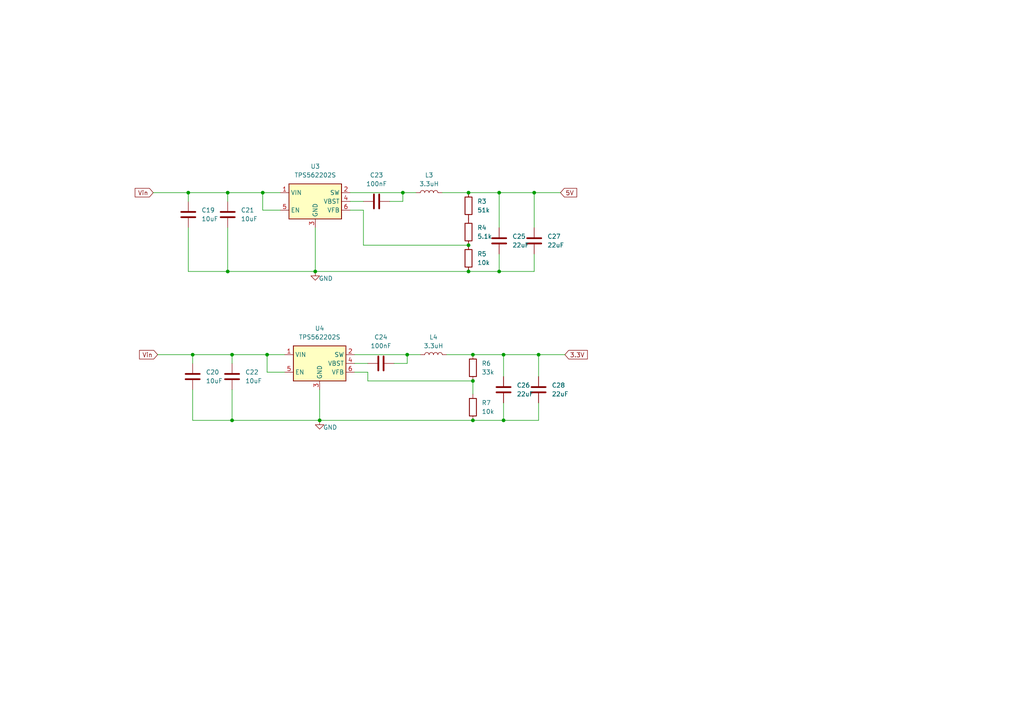
<source format=kicad_sch>
(kicad_sch
	(version 20231120)
	(generator "eeschema")
	(generator_version "8.0")
	(uuid "efbbd411-5747-4e75-b0c2-2f8333e8e1c9")
	(paper "A4")
	(lib_symbols
		(symbol "Device:C"
			(pin_numbers hide)
			(pin_names
				(offset 0.254)
			)
			(exclude_from_sim no)
			(in_bom yes)
			(on_board yes)
			(property "Reference" "C"
				(at 0.635 2.54 0)
				(effects
					(font
						(size 1.27 1.27)
					)
					(justify left)
				)
			)
			(property "Value" "C"
				(at 0.635 -2.54 0)
				(effects
					(font
						(size 1.27 1.27)
					)
					(justify left)
				)
			)
			(property "Footprint" ""
				(at 0.9652 -3.81 0)
				(effects
					(font
						(size 1.27 1.27)
					)
					(hide yes)
				)
			)
			(property "Datasheet" "~"
				(at 0 0 0)
				(effects
					(font
						(size 1.27 1.27)
					)
					(hide yes)
				)
			)
			(property "Description" "Unpolarized capacitor"
				(at 0 0 0)
				(effects
					(font
						(size 1.27 1.27)
					)
					(hide yes)
				)
			)
			(property "ki_keywords" "cap capacitor"
				(at 0 0 0)
				(effects
					(font
						(size 1.27 1.27)
					)
					(hide yes)
				)
			)
			(property "ki_fp_filters" "C_*"
				(at 0 0 0)
				(effects
					(font
						(size 1.27 1.27)
					)
					(hide yes)
				)
			)
			(symbol "C_0_1"
				(polyline
					(pts
						(xy -2.032 -0.762) (xy 2.032 -0.762)
					)
					(stroke
						(width 0.508)
						(type default)
					)
					(fill
						(type none)
					)
				)
				(polyline
					(pts
						(xy -2.032 0.762) (xy 2.032 0.762)
					)
					(stroke
						(width 0.508)
						(type default)
					)
					(fill
						(type none)
					)
				)
			)
			(symbol "C_1_1"
				(pin passive line
					(at 0 3.81 270)
					(length 2.794)
					(name "~"
						(effects
							(font
								(size 1.27 1.27)
							)
						)
					)
					(number "1"
						(effects
							(font
								(size 1.27 1.27)
							)
						)
					)
				)
				(pin passive line
					(at 0 -3.81 90)
					(length 2.794)
					(name "~"
						(effects
							(font
								(size 1.27 1.27)
							)
						)
					)
					(number "2"
						(effects
							(font
								(size 1.27 1.27)
							)
						)
					)
				)
			)
		)
		(symbol "Device:L"
			(pin_numbers hide)
			(pin_names
				(offset 1.016) hide)
			(exclude_from_sim no)
			(in_bom yes)
			(on_board yes)
			(property "Reference" "L"
				(at -1.27 0 90)
				(effects
					(font
						(size 1.27 1.27)
					)
				)
			)
			(property "Value" "L"
				(at 1.905 0 90)
				(effects
					(font
						(size 1.27 1.27)
					)
				)
			)
			(property "Footprint" ""
				(at 0 0 0)
				(effects
					(font
						(size 1.27 1.27)
					)
					(hide yes)
				)
			)
			(property "Datasheet" "~"
				(at 0 0 0)
				(effects
					(font
						(size 1.27 1.27)
					)
					(hide yes)
				)
			)
			(property "Description" "Inductor"
				(at 0 0 0)
				(effects
					(font
						(size 1.27 1.27)
					)
					(hide yes)
				)
			)
			(property "ki_keywords" "inductor choke coil reactor magnetic"
				(at 0 0 0)
				(effects
					(font
						(size 1.27 1.27)
					)
					(hide yes)
				)
			)
			(property "ki_fp_filters" "Choke_* *Coil* Inductor_* L_*"
				(at 0 0 0)
				(effects
					(font
						(size 1.27 1.27)
					)
					(hide yes)
				)
			)
			(symbol "L_0_1"
				(arc
					(start 0 -2.54)
					(mid 0.6323 -1.905)
					(end 0 -1.27)
					(stroke
						(width 0)
						(type default)
					)
					(fill
						(type none)
					)
				)
				(arc
					(start 0 -1.27)
					(mid 0.6323 -0.635)
					(end 0 0)
					(stroke
						(width 0)
						(type default)
					)
					(fill
						(type none)
					)
				)
				(arc
					(start 0 0)
					(mid 0.6323 0.635)
					(end 0 1.27)
					(stroke
						(width 0)
						(type default)
					)
					(fill
						(type none)
					)
				)
				(arc
					(start 0 1.27)
					(mid 0.6323 1.905)
					(end 0 2.54)
					(stroke
						(width 0)
						(type default)
					)
					(fill
						(type none)
					)
				)
			)
			(symbol "L_1_1"
				(pin passive line
					(at 0 3.81 270)
					(length 1.27)
					(name "1"
						(effects
							(font
								(size 1.27 1.27)
							)
						)
					)
					(number "1"
						(effects
							(font
								(size 1.27 1.27)
							)
						)
					)
				)
				(pin passive line
					(at 0 -3.81 90)
					(length 1.27)
					(name "2"
						(effects
							(font
								(size 1.27 1.27)
							)
						)
					)
					(number "2"
						(effects
							(font
								(size 1.27 1.27)
							)
						)
					)
				)
			)
		)
		(symbol "Device:R"
			(pin_numbers hide)
			(pin_names
				(offset 0)
			)
			(exclude_from_sim no)
			(in_bom yes)
			(on_board yes)
			(property "Reference" "R"
				(at 2.032 0 90)
				(effects
					(font
						(size 1.27 1.27)
					)
				)
			)
			(property "Value" "R"
				(at 0 0 90)
				(effects
					(font
						(size 1.27 1.27)
					)
				)
			)
			(property "Footprint" ""
				(at -1.778 0 90)
				(effects
					(font
						(size 1.27 1.27)
					)
					(hide yes)
				)
			)
			(property "Datasheet" "~"
				(at 0 0 0)
				(effects
					(font
						(size 1.27 1.27)
					)
					(hide yes)
				)
			)
			(property "Description" "Resistor"
				(at 0 0 0)
				(effects
					(font
						(size 1.27 1.27)
					)
					(hide yes)
				)
			)
			(property "ki_keywords" "R res resistor"
				(at 0 0 0)
				(effects
					(font
						(size 1.27 1.27)
					)
					(hide yes)
				)
			)
			(property "ki_fp_filters" "R_*"
				(at 0 0 0)
				(effects
					(font
						(size 1.27 1.27)
					)
					(hide yes)
				)
			)
			(symbol "R_0_1"
				(rectangle
					(start -1.016 -2.54)
					(end 1.016 2.54)
					(stroke
						(width 0.254)
						(type default)
					)
					(fill
						(type none)
					)
				)
			)
			(symbol "R_1_1"
				(pin passive line
					(at 0 3.81 270)
					(length 1.27)
					(name "~"
						(effects
							(font
								(size 1.27 1.27)
							)
						)
					)
					(number "1"
						(effects
							(font
								(size 1.27 1.27)
							)
						)
					)
				)
				(pin passive line
					(at 0 -3.81 90)
					(length 1.27)
					(name "~"
						(effects
							(font
								(size 1.27 1.27)
							)
						)
					)
					(number "2"
						(effects
							(font
								(size 1.27 1.27)
							)
						)
					)
				)
			)
		)
		(symbol "Regulator_Switching:TPS562202S"
			(exclude_from_sim no)
			(in_bom yes)
			(on_board yes)
			(property "Reference" "U"
				(at -7.62 6.35 0)
				(effects
					(font
						(size 1.27 1.27)
					)
					(justify left)
				)
			)
			(property "Value" "TPS562202S"
				(at -2.54 6.35 0)
				(effects
					(font
						(size 1.27 1.27)
					)
					(justify left)
				)
			)
			(property "Footprint" "Package_TO_SOT_SMD:SOT-563"
				(at 1.27 -6.35 0)
				(effects
					(font
						(size 1.27 1.27)
					)
					(justify left)
					(hide yes)
				)
			)
			(property "Datasheet" "https://www.ti.com/lit/ds/symlink/tps562202s.pdf"
				(at 0 0 0)
				(effects
					(font
						(size 1.27 1.27)
					)
					(hide yes)
				)
			)
			(property "Description" "2A Synchronous Step-Down Voltage Regulator 580kHz, Adjustable Output Voltage, 4.5-17V Input Voltage, 0.804V-7V Output Voltage, SOT-563"
				(at 0 0 0)
				(effects
					(font
						(size 1.27 1.27)
					)
					(hide yes)
				)
			)
			(property "ki_keywords" "step-down dcdc buck"
				(at 0 0 0)
				(effects
					(font
						(size 1.27 1.27)
					)
					(hide yes)
				)
			)
			(property "ki_fp_filters" "SOT?563*"
				(at 0 0 0)
				(effects
					(font
						(size 1.27 1.27)
					)
					(hide yes)
				)
			)
			(symbol "TPS562202S_0_1"
				(rectangle
					(start -7.62 5.08)
					(end 7.62 -5.08)
					(stroke
						(width 0.254)
						(type default)
					)
					(fill
						(type background)
					)
				)
			)
			(symbol "TPS562202S_1_1"
				(pin power_in line
					(at -10.16 2.54 0)
					(length 2.54)
					(name "VIN"
						(effects
							(font
								(size 1.27 1.27)
							)
						)
					)
					(number "1"
						(effects
							(font
								(size 1.27 1.27)
							)
						)
					)
				)
				(pin output line
					(at 10.16 2.54 180)
					(length 2.54)
					(name "SW"
						(effects
							(font
								(size 1.27 1.27)
							)
						)
					)
					(number "2"
						(effects
							(font
								(size 1.27 1.27)
							)
						)
					)
				)
				(pin power_in line
					(at 0 -7.62 90)
					(length 2.54)
					(name "GND"
						(effects
							(font
								(size 1.27 1.27)
							)
						)
					)
					(number "3"
						(effects
							(font
								(size 1.27 1.27)
							)
						)
					)
				)
				(pin passive line
					(at 10.16 0 180)
					(length 2.54)
					(name "VBST"
						(effects
							(font
								(size 1.27 1.27)
							)
						)
					)
					(number "4"
						(effects
							(font
								(size 1.27 1.27)
							)
						)
					)
				)
				(pin input line
					(at -10.16 -2.54 0)
					(length 2.54)
					(name "EN"
						(effects
							(font
								(size 1.27 1.27)
							)
						)
					)
					(number "5"
						(effects
							(font
								(size 1.27 1.27)
							)
						)
					)
				)
				(pin input line
					(at 10.16 -2.54 180)
					(length 2.54)
					(name "VFB"
						(effects
							(font
								(size 1.27 1.27)
							)
						)
					)
					(number "6"
						(effects
							(font
								(size 1.27 1.27)
							)
						)
					)
				)
			)
		)
		(symbol "power:GND"
			(power)
			(pin_numbers hide)
			(pin_names
				(offset 0) hide)
			(exclude_from_sim no)
			(in_bom yes)
			(on_board yes)
			(property "Reference" "#PWR"
				(at 0 -6.35 0)
				(effects
					(font
						(size 1.27 1.27)
					)
					(hide yes)
				)
			)
			(property "Value" "GND"
				(at 0 -3.81 0)
				(effects
					(font
						(size 1.27 1.27)
					)
				)
			)
			(property "Footprint" ""
				(at 0 0 0)
				(effects
					(font
						(size 1.27 1.27)
					)
					(hide yes)
				)
			)
			(property "Datasheet" ""
				(at 0 0 0)
				(effects
					(font
						(size 1.27 1.27)
					)
					(hide yes)
				)
			)
			(property "Description" "Power symbol creates a global label with name \"GND\" , ground"
				(at 0 0 0)
				(effects
					(font
						(size 1.27 1.27)
					)
					(hide yes)
				)
			)
			(property "ki_keywords" "global power"
				(at 0 0 0)
				(effects
					(font
						(size 1.27 1.27)
					)
					(hide yes)
				)
			)
			(symbol "GND_0_1"
				(polyline
					(pts
						(xy 0 0) (xy 0 -1.27) (xy 1.27 -1.27) (xy 0 -2.54) (xy -1.27 -1.27) (xy 0 -1.27)
					)
					(stroke
						(width 0)
						(type default)
					)
					(fill
						(type none)
					)
				)
			)
			(symbol "GND_1_1"
				(pin power_in line
					(at 0 0 270)
					(length 0)
					(name "~"
						(effects
							(font
								(size 1.27 1.27)
							)
						)
					)
					(number "1"
						(effects
							(font
								(size 1.27 1.27)
							)
						)
					)
				)
			)
		)
	)
	(junction
		(at 146.05 102.87)
		(diameter 0)
		(color 0 0 0 0)
		(uuid "05d309af-24a2-4b5e-860f-df1bc3fe3834")
	)
	(junction
		(at 76.2 55.88)
		(diameter 0)
		(color 0 0 0 0)
		(uuid "0b3437b5-0be3-4ede-a329-6eb957538891")
	)
	(junction
		(at 144.78 55.88)
		(diameter 0)
		(color 0 0 0 0)
		(uuid "19bd5f59-5f21-424d-84b4-76e5f23ef278")
	)
	(junction
		(at 146.05 121.92)
		(diameter 0)
		(color 0 0 0 0)
		(uuid "23468877-d534-4576-98ee-95e0708a2514")
	)
	(junction
		(at 67.31 121.92)
		(diameter 0)
		(color 0 0 0 0)
		(uuid "29efa860-57b6-41f8-a107-150f3ff4aa2f")
	)
	(junction
		(at 135.89 78.74)
		(diameter 0)
		(color 0 0 0 0)
		(uuid "2df18329-51f6-46a6-b6b7-33161255a9b8")
	)
	(junction
		(at 67.31 102.87)
		(diameter 0)
		(color 0 0 0 0)
		(uuid "3baeb49f-0966-4697-920f-f374d5540167")
	)
	(junction
		(at 54.61 55.88)
		(diameter 0)
		(color 0 0 0 0)
		(uuid "4056f8ae-3b59-4573-8f06-cbf670c9ebf4")
	)
	(junction
		(at 135.89 71.12)
		(diameter 0)
		(color 0 0 0 0)
		(uuid "4c76b27a-f963-4e47-bf89-be7f2e6919b6")
	)
	(junction
		(at 55.88 102.87)
		(diameter 0)
		(color 0 0 0 0)
		(uuid "5aa168df-36b7-443e-9516-ac68686f0216")
	)
	(junction
		(at 137.16 121.92)
		(diameter 0)
		(color 0 0 0 0)
		(uuid "643b488c-38a6-44e6-9df6-2cf971638c7b")
	)
	(junction
		(at 154.94 55.88)
		(diameter 0)
		(color 0 0 0 0)
		(uuid "7f9d2c65-8f23-4b0d-b7bb-5a74105f34e1")
	)
	(junction
		(at 66.04 78.74)
		(diameter 0)
		(color 0 0 0 0)
		(uuid "92f2e5f0-840e-4ef0-a820-e5cba95be847")
	)
	(junction
		(at 118.11 102.87)
		(diameter 0)
		(color 0 0 0 0)
		(uuid "980c4e4a-2e48-4a55-be3b-036b6cf5ec95")
	)
	(junction
		(at 77.47 102.87)
		(diameter 0)
		(color 0 0 0 0)
		(uuid "a02343f7-5a0c-4a0b-97ca-b2c8b75cb4eb")
	)
	(junction
		(at 156.21 102.87)
		(diameter 0)
		(color 0 0 0 0)
		(uuid "a7b8097b-bf85-4dc5-8084-e2e157d33e35")
	)
	(junction
		(at 91.44 78.74)
		(diameter 0)
		(color 0 0 0 0)
		(uuid "a83badcc-0e0b-4efb-ac93-eda361b5b67d")
	)
	(junction
		(at 137.16 102.87)
		(diameter 0)
		(color 0 0 0 0)
		(uuid "b84fd894-3b92-40c3-8125-94450daa2cde")
	)
	(junction
		(at 137.16 110.49)
		(diameter 0)
		(color 0 0 0 0)
		(uuid "c2e73b79-8da5-4a4f-b35f-a0dae2221e76")
	)
	(junction
		(at 116.84 55.88)
		(diameter 0)
		(color 0 0 0 0)
		(uuid "c6dbdfa8-d37e-4d37-b9b2-ab1a5b9e8d71")
	)
	(junction
		(at 66.04 55.88)
		(diameter 0)
		(color 0 0 0 0)
		(uuid "c764779b-b9c7-4cb6-b1b3-cdc4fadcb06f")
	)
	(junction
		(at 144.78 78.74)
		(diameter 0)
		(color 0 0 0 0)
		(uuid "decbffd7-ff72-4232-a6dc-771a88bea541")
	)
	(junction
		(at 135.89 55.88)
		(diameter 0)
		(color 0 0 0 0)
		(uuid "fc54f469-1b10-4977-a413-b424800f3d62")
	)
	(junction
		(at 92.71 121.92)
		(diameter 0)
		(color 0 0 0 0)
		(uuid "fed8c34a-afd1-4cdf-af7f-f8c13bc4a5e7")
	)
	(wire
		(pts
			(xy 67.31 102.87) (xy 77.47 102.87)
		)
		(stroke
			(width 0)
			(type default)
		)
		(uuid "02fa454d-ae36-4b57-beb0-b39504c337b0")
	)
	(wire
		(pts
			(xy 66.04 66.04) (xy 66.04 78.74)
		)
		(stroke
			(width 0)
			(type default)
		)
		(uuid "0405a6ba-0e71-49e0-971d-54fc32a2747e")
	)
	(wire
		(pts
			(xy 137.16 114.3) (xy 137.16 110.49)
		)
		(stroke
			(width 0)
			(type default)
		)
		(uuid "081e4278-1a61-46a2-bf5a-ba7e094ceb4e")
	)
	(wire
		(pts
			(xy 102.87 107.95) (xy 106.68 107.95)
		)
		(stroke
			(width 0)
			(type default)
		)
		(uuid "0f804d10-2c2d-4a21-b98e-c4cd8b090fca")
	)
	(wire
		(pts
			(xy 129.54 102.87) (xy 137.16 102.87)
		)
		(stroke
			(width 0)
			(type default)
		)
		(uuid "102c6c21-e512-43f5-b86e-bfe9ada00dcc")
	)
	(wire
		(pts
			(xy 154.94 66.04) (xy 154.94 55.88)
		)
		(stroke
			(width 0)
			(type default)
		)
		(uuid "1da21f02-8773-4581-a1f7-c54049da6821")
	)
	(wire
		(pts
			(xy 106.68 107.95) (xy 106.68 110.49)
		)
		(stroke
			(width 0)
			(type default)
		)
		(uuid "1e6f7620-804b-4352-b998-0dbfc0751b7a")
	)
	(wire
		(pts
			(xy 91.44 66.04) (xy 91.44 78.74)
		)
		(stroke
			(width 0)
			(type default)
		)
		(uuid "20d26a14-34ed-4125-aa1a-f3e09db2669c")
	)
	(wire
		(pts
			(xy 102.87 105.41) (xy 106.68 105.41)
		)
		(stroke
			(width 0)
			(type default)
		)
		(uuid "211886fa-d605-49a6-b7e4-05174f2c0b16")
	)
	(wire
		(pts
			(xy 76.2 60.96) (xy 76.2 55.88)
		)
		(stroke
			(width 0)
			(type default)
		)
		(uuid "21f86a0a-fd80-4fb8-b8bc-7070d771a994")
	)
	(wire
		(pts
			(xy 154.94 78.74) (xy 144.78 78.74)
		)
		(stroke
			(width 0)
			(type default)
		)
		(uuid "2575ed32-9dee-4c88-a3cc-d2b72370068d")
	)
	(wire
		(pts
			(xy 77.47 102.87) (xy 82.55 102.87)
		)
		(stroke
			(width 0)
			(type default)
		)
		(uuid "27b09496-ce31-4fe6-8b33-3f40aa8c15a3")
	)
	(wire
		(pts
			(xy 154.94 55.88) (xy 144.78 55.88)
		)
		(stroke
			(width 0)
			(type default)
		)
		(uuid "2b952e3b-c1f3-4008-b7f9-2b2555697258")
	)
	(wire
		(pts
			(xy 106.68 110.49) (xy 137.16 110.49)
		)
		(stroke
			(width 0)
			(type default)
		)
		(uuid "2f8f72f1-1b47-4e76-a338-2429541f844d")
	)
	(wire
		(pts
			(xy 66.04 55.88) (xy 76.2 55.88)
		)
		(stroke
			(width 0)
			(type default)
		)
		(uuid "3026f298-e62e-4fc1-87dd-57baba00bb12")
	)
	(wire
		(pts
			(xy 146.05 121.92) (xy 137.16 121.92)
		)
		(stroke
			(width 0)
			(type default)
		)
		(uuid "34904035-09e3-4d11-80d8-2b3d9e5ed162")
	)
	(wire
		(pts
			(xy 67.31 105.41) (xy 67.31 102.87)
		)
		(stroke
			(width 0)
			(type default)
		)
		(uuid "3c6b950d-9b83-4a08-9649-e202635208c0")
	)
	(wire
		(pts
			(xy 146.05 102.87) (xy 137.16 102.87)
		)
		(stroke
			(width 0)
			(type default)
		)
		(uuid "3cdf7749-d5da-40c9-bc53-7805ec0443e6")
	)
	(wire
		(pts
			(xy 54.61 78.74) (xy 66.04 78.74)
		)
		(stroke
			(width 0)
			(type default)
		)
		(uuid "3dec7219-7246-4ac3-af8f-65a5789611b8")
	)
	(wire
		(pts
			(xy 156.21 109.22) (xy 156.21 102.87)
		)
		(stroke
			(width 0)
			(type default)
		)
		(uuid "3eebd1cf-38c3-498c-b6b4-e322edab5a75")
	)
	(wire
		(pts
			(xy 66.04 58.42) (xy 66.04 55.88)
		)
		(stroke
			(width 0)
			(type default)
		)
		(uuid "4646db99-d190-4fe7-8c2d-8d66d337bcf8")
	)
	(wire
		(pts
			(xy 128.27 55.88) (xy 135.89 55.88)
		)
		(stroke
			(width 0)
			(type default)
		)
		(uuid "491bd76e-5b76-48dc-b327-56d174f54e31")
	)
	(wire
		(pts
			(xy 76.2 55.88) (xy 81.28 55.88)
		)
		(stroke
			(width 0)
			(type default)
		)
		(uuid "4ace1724-f286-44c7-a6bf-79127da84d90")
	)
	(wire
		(pts
			(xy 77.47 107.95) (xy 77.47 102.87)
		)
		(stroke
			(width 0)
			(type default)
		)
		(uuid "4c0de28a-de85-4239-bab6-4c4be557b890")
	)
	(wire
		(pts
			(xy 81.28 60.96) (xy 76.2 60.96)
		)
		(stroke
			(width 0)
			(type default)
		)
		(uuid "594c4418-1b48-4585-8270-717d9680889a")
	)
	(wire
		(pts
			(xy 82.55 107.95) (xy 77.47 107.95)
		)
		(stroke
			(width 0)
			(type default)
		)
		(uuid "5950700d-6bb4-479f-942e-96ff599086bc")
	)
	(wire
		(pts
			(xy 55.88 102.87) (xy 67.31 102.87)
		)
		(stroke
			(width 0)
			(type default)
		)
		(uuid "5a5ebe68-fbd5-46da-a772-3b0a5801c94d")
	)
	(wire
		(pts
			(xy 67.31 121.92) (xy 92.71 121.92)
		)
		(stroke
			(width 0)
			(type default)
		)
		(uuid "5a80a336-200d-4494-9faa-a30e218c9d5b")
	)
	(wire
		(pts
			(xy 66.04 78.74) (xy 91.44 78.74)
		)
		(stroke
			(width 0)
			(type default)
		)
		(uuid "5b5fd582-0edc-45c4-8a04-00ef029e9fd9")
	)
	(wire
		(pts
			(xy 146.05 116.84) (xy 146.05 121.92)
		)
		(stroke
			(width 0)
			(type default)
		)
		(uuid "62aed52f-88c5-4ce2-bcc9-d88ca578c1ff")
	)
	(wire
		(pts
			(xy 156.21 102.87) (xy 146.05 102.87)
		)
		(stroke
			(width 0)
			(type default)
		)
		(uuid "6ac3f3ec-4e3e-4719-8da9-d9e15d747035")
	)
	(wire
		(pts
			(xy 116.84 58.42) (xy 113.03 58.42)
		)
		(stroke
			(width 0)
			(type default)
		)
		(uuid "6f1839b6-8f93-4e7c-ae7b-430d3ea53765")
	)
	(wire
		(pts
			(xy 101.6 60.96) (xy 105.41 60.96)
		)
		(stroke
			(width 0)
			(type default)
		)
		(uuid "7259bc00-6a63-4259-9bff-dfa21b880c5f")
	)
	(wire
		(pts
			(xy 144.78 73.66) (xy 144.78 78.74)
		)
		(stroke
			(width 0)
			(type default)
		)
		(uuid "7ac4d1d1-6b36-49e4-a360-6eb2d8d044a9")
	)
	(wire
		(pts
			(xy 116.84 55.88) (xy 116.84 58.42)
		)
		(stroke
			(width 0)
			(type default)
		)
		(uuid "88507302-1e4d-46b8-9280-ea19494ccc30")
	)
	(wire
		(pts
			(xy 92.71 121.92) (xy 92.71 113.03)
		)
		(stroke
			(width 0)
			(type default)
		)
		(uuid "8fec5774-b0f0-4191-b277-3925bbd57999")
	)
	(wire
		(pts
			(xy 120.65 55.88) (xy 116.84 55.88)
		)
		(stroke
			(width 0)
			(type default)
		)
		(uuid "900e6b46-b183-4559-8fe1-2dfa8f1abda0")
	)
	(wire
		(pts
			(xy 101.6 55.88) (xy 116.84 55.88)
		)
		(stroke
			(width 0)
			(type default)
		)
		(uuid "9121445b-b231-4a9d-90e4-f5c554e87cbc")
	)
	(wire
		(pts
			(xy 118.11 102.87) (xy 118.11 105.41)
		)
		(stroke
			(width 0)
			(type default)
		)
		(uuid "96c29432-a84d-4306-be2c-b050f7a04164")
	)
	(wire
		(pts
			(xy 144.78 78.74) (xy 135.89 78.74)
		)
		(stroke
			(width 0)
			(type default)
		)
		(uuid "9c963590-5585-42f3-8d77-76c6ec0299e5")
	)
	(wire
		(pts
			(xy 137.16 121.92) (xy 92.71 121.92)
		)
		(stroke
			(width 0)
			(type default)
		)
		(uuid "9e17fd54-4a42-4055-bf45-adc9eee30906")
	)
	(wire
		(pts
			(xy 135.89 78.74) (xy 91.44 78.74)
		)
		(stroke
			(width 0)
			(type default)
		)
		(uuid "9e48686f-a528-47d5-8a32-2dfa6ef09dc6")
	)
	(wire
		(pts
			(xy 154.94 73.66) (xy 154.94 78.74)
		)
		(stroke
			(width 0)
			(type default)
		)
		(uuid "a1869ff3-cb05-4ae2-8dc6-11221afa3865")
	)
	(wire
		(pts
			(xy 163.83 102.87) (xy 156.21 102.87)
		)
		(stroke
			(width 0)
			(type default)
		)
		(uuid "a5e66192-797c-4f9a-a6d5-ab148f6b25e1")
	)
	(wire
		(pts
			(xy 55.88 121.92) (xy 67.31 121.92)
		)
		(stroke
			(width 0)
			(type default)
		)
		(uuid "a6828000-6df3-4eec-97d2-1cf59945764f")
	)
	(wire
		(pts
			(xy 156.21 116.84) (xy 156.21 121.92)
		)
		(stroke
			(width 0)
			(type default)
		)
		(uuid "a8a31c58-b7f1-4862-8c2a-b381f8b01145")
	)
	(wire
		(pts
			(xy 144.78 55.88) (xy 135.89 55.88)
		)
		(stroke
			(width 0)
			(type default)
		)
		(uuid "b26b3caf-825b-469b-8f3f-ae94e8103916")
	)
	(wire
		(pts
			(xy 102.87 102.87) (xy 118.11 102.87)
		)
		(stroke
			(width 0)
			(type default)
		)
		(uuid "b729a20d-45e4-4e99-bdbb-62ae3353dcb0")
	)
	(wire
		(pts
			(xy 54.61 66.04) (xy 54.61 78.74)
		)
		(stroke
			(width 0)
			(type default)
		)
		(uuid "b7d42fc6-7bd1-4d21-896f-261d8e52a917")
	)
	(wire
		(pts
			(xy 54.61 58.42) (xy 54.61 55.88)
		)
		(stroke
			(width 0)
			(type default)
		)
		(uuid "bee6164a-dad9-4527-91bf-f9f4998b3282")
	)
	(wire
		(pts
			(xy 121.92 102.87) (xy 118.11 102.87)
		)
		(stroke
			(width 0)
			(type default)
		)
		(uuid "c631855e-3f96-482b-8cb7-09b8696b6beb")
	)
	(wire
		(pts
			(xy 54.61 55.88) (xy 66.04 55.88)
		)
		(stroke
			(width 0)
			(type default)
		)
		(uuid "c6e060dd-10b1-4f13-9f76-e20facc31e2b")
	)
	(wire
		(pts
			(xy 156.21 121.92) (xy 146.05 121.92)
		)
		(stroke
			(width 0)
			(type default)
		)
		(uuid "caadc743-0f30-47f4-8b0e-1fbb9d193749")
	)
	(wire
		(pts
			(xy 101.6 58.42) (xy 105.41 58.42)
		)
		(stroke
			(width 0)
			(type default)
		)
		(uuid "d4ce6a02-90bf-4d3e-9429-ddd6061687a4")
	)
	(wire
		(pts
			(xy 105.41 60.96) (xy 105.41 71.12)
		)
		(stroke
			(width 0)
			(type default)
		)
		(uuid "d57f2106-f899-4fa3-bb05-d9addf1fdd3b")
	)
	(wire
		(pts
			(xy 118.11 105.41) (xy 114.3 105.41)
		)
		(stroke
			(width 0)
			(type default)
		)
		(uuid "d5ef62f3-4354-4bdb-a8f5-cd2d537e9192")
	)
	(wire
		(pts
			(xy 162.56 55.88) (xy 154.94 55.88)
		)
		(stroke
			(width 0)
			(type default)
		)
		(uuid "e10c45c2-d25b-4585-a082-2d006eef2641")
	)
	(wire
		(pts
			(xy 146.05 109.22) (xy 146.05 102.87)
		)
		(stroke
			(width 0)
			(type default)
		)
		(uuid "e7d06efb-1a01-48b1-b062-91d9beafd467")
	)
	(wire
		(pts
			(xy 45.72 102.87) (xy 55.88 102.87)
		)
		(stroke
			(width 0)
			(type default)
		)
		(uuid "f33bdb41-37c9-45c2-9a63-853e90d985b2")
	)
	(wire
		(pts
			(xy 105.41 71.12) (xy 135.89 71.12)
		)
		(stroke
			(width 0)
			(type default)
		)
		(uuid "f356d156-eab8-4427-ba0f-b0af16ad4680")
	)
	(wire
		(pts
			(xy 144.78 66.04) (xy 144.78 55.88)
		)
		(stroke
			(width 0)
			(type default)
		)
		(uuid "f63a4646-5b16-480b-9246-291c964c3979")
	)
	(wire
		(pts
			(xy 67.31 113.03) (xy 67.31 121.92)
		)
		(stroke
			(width 0)
			(type default)
		)
		(uuid "f7af79c0-4d85-47be-a36f-bdd0a8042eed")
	)
	(wire
		(pts
			(xy 55.88 113.03) (xy 55.88 121.92)
		)
		(stroke
			(width 0)
			(type default)
		)
		(uuid "f9865f1d-3b0d-4336-af3b-a6d36269ac00")
	)
	(wire
		(pts
			(xy 44.45 55.88) (xy 54.61 55.88)
		)
		(stroke
			(width 0)
			(type default)
		)
		(uuid "faaaac06-e283-4d6f-9db3-868ef8ff665e")
	)
	(wire
		(pts
			(xy 55.88 105.41) (xy 55.88 102.87)
		)
		(stroke
			(width 0)
			(type default)
		)
		(uuid "ff6aa655-5796-40cc-a874-36abe3f24f45")
	)
	(global_label "Vin"
		(shape input)
		(at 44.45 55.88 180)
		(fields_autoplaced yes)
		(effects
			(font
				(size 1.27 1.27)
			)
			(justify right)
		)
		(uuid "04cf69d1-c5fc-4904-bdff-40fc711d507a")
		(property "Intersheetrefs" "${INTERSHEET_REFS}"
			(at 38.6224 55.88 0)
			(effects
				(font
					(size 1.27 1.27)
				)
				(justify right)
				(hide yes)
			)
		)
	)
	(global_label "3.3V"
		(shape input)
		(at 163.83 102.87 0)
		(fields_autoplaced yes)
		(effects
			(font
				(size 1.27 1.27)
			)
			(justify left)
		)
		(uuid "3ea2003b-a279-49ee-91dc-c9f4bcb134fb")
		(property "Intersheetrefs" "${INTERSHEET_REFS}"
			(at 170.9276 102.87 0)
			(effects
				(font
					(size 1.27 1.27)
				)
				(justify left)
				(hide yes)
			)
		)
	)
	(global_label "Vin"
		(shape input)
		(at 45.72 102.87 180)
		(fields_autoplaced yes)
		(effects
			(font
				(size 1.27 1.27)
			)
			(justify right)
		)
		(uuid "61d30a70-2297-4766-9878-a40570fa0c0f")
		(property "Intersheetrefs" "${INTERSHEET_REFS}"
			(at 39.8924 102.87 0)
			(effects
				(font
					(size 1.27 1.27)
				)
				(justify right)
				(hide yes)
			)
		)
	)
	(global_label "5V"
		(shape input)
		(at 162.56 55.88 0)
		(fields_autoplaced yes)
		(effects
			(font
				(size 1.27 1.27)
			)
			(justify left)
		)
		(uuid "9412e918-1dfe-403e-b6be-e41d6dbd43c2")
		(property "Intersheetrefs" "${INTERSHEET_REFS}"
			(at 167.8433 55.88 0)
			(effects
				(font
					(size 1.27 1.27)
				)
				(justify left)
				(hide yes)
			)
		)
	)
	(symbol
		(lib_id "Device:C")
		(at 67.31 109.22 0)
		(unit 1)
		(exclude_from_sim no)
		(in_bom yes)
		(on_board yes)
		(dnp no)
		(fields_autoplaced yes)
		(uuid "1161eb27-a2ee-4e61-a0b9-e11adfde9b58")
		(property "Reference" "C22"
			(at 71.12 107.9499 0)
			(effects
				(font
					(size 1.27 1.27)
				)
				(justify left)
			)
		)
		(property "Value" "10uF"
			(at 71.12 110.4899 0)
			(effects
				(font
					(size 1.27 1.27)
				)
				(justify left)
			)
		)
		(property "Footprint" "Capacitor_SMD:C_0805_2012Metric_Pad1.18x1.45mm_HandSolder"
			(at 68.2752 113.03 0)
			(effects
				(font
					(size 1.27 1.27)
				)
				(hide yes)
			)
		)
		(property "Datasheet" "~"
			(at 67.31 109.22 0)
			(effects
				(font
					(size 1.27 1.27)
				)
				(hide yes)
			)
		)
		(property "Description" "Unpolarized capacitor"
			(at 67.31 109.22 0)
			(effects
				(font
					(size 1.27 1.27)
				)
				(hide yes)
			)
		)
		(pin "2"
			(uuid "f1d5ef3d-1018-49e9-9685-e535f342b5fa")
		)
		(pin "1"
			(uuid "d679bf30-309e-4a1a-b0aa-e031e1e404f0")
		)
		(instances
			(project "Project2"
				(path "/e8eb11e1-6cec-414d-9150-5cfb3d1c103e/5514041e-e265-4cf8-ab83-21689ce61dd9"
					(reference "C22")
					(unit 1)
				)
			)
		)
	)
	(symbol
		(lib_id "Device:L")
		(at 125.73 102.87 90)
		(unit 1)
		(exclude_from_sim no)
		(in_bom yes)
		(on_board yes)
		(dnp no)
		(fields_autoplaced yes)
		(uuid "12444ba5-0974-4b46-8ce8-24add5eb9c5b")
		(property "Reference" "L4"
			(at 125.73 97.79 90)
			(effects
				(font
					(size 1.27 1.27)
				)
			)
		)
		(property "Value" "3.3uH"
			(at 125.73 100.33 90)
			(effects
				(font
					(size 1.27 1.27)
				)
			)
		)
		(property "Footprint" ""
			(at 125.73 102.87 0)
			(effects
				(font
					(size 1.27 1.27)
				)
				(hide yes)
			)
		)
		(property "Datasheet" "~"
			(at 125.73 102.87 0)
			(effects
				(font
					(size 1.27 1.27)
				)
				(hide yes)
			)
		)
		(property "Description" "Inductor"
			(at 125.73 102.87 0)
			(effects
				(font
					(size 1.27 1.27)
				)
				(hide yes)
			)
		)
		(pin "2"
			(uuid "23ed9d09-9a6a-40de-94f7-c03176ccfbce")
		)
		(pin "1"
			(uuid "a7a29aef-a514-4f15-860c-390ad8816707")
		)
		(instances
			(project "Project2"
				(path "/e8eb11e1-6cec-414d-9150-5cfb3d1c103e/5514041e-e265-4cf8-ab83-21689ce61dd9"
					(reference "L4")
					(unit 1)
				)
			)
		)
	)
	(symbol
		(lib_id "power:GND")
		(at 91.44 78.74 0)
		(unit 1)
		(exclude_from_sim no)
		(in_bom yes)
		(on_board yes)
		(dnp no)
		(uuid "1af4f925-9fc7-4476-96e5-6584e2324436")
		(property "Reference" "#PWR017"
			(at 91.44 85.09 0)
			(effects
				(font
					(size 1.27 1.27)
				)
				(hide yes)
			)
		)
		(property "Value" "GND"
			(at 94.488 80.772 0)
			(effects
				(font
					(size 1.27 1.27)
				)
			)
		)
		(property "Footprint" ""
			(at 91.44 78.74 0)
			(effects
				(font
					(size 1.27 1.27)
				)
				(hide yes)
			)
		)
		(property "Datasheet" ""
			(at 91.44 78.74 0)
			(effects
				(font
					(size 1.27 1.27)
				)
				(hide yes)
			)
		)
		(property "Description" "Power symbol creates a global label with name \"GND\" , ground"
			(at 91.44 78.74 0)
			(effects
				(font
					(size 1.27 1.27)
				)
				(hide yes)
			)
		)
		(pin "1"
			(uuid "bcd6ddda-2271-465a-abb6-c2d989d6b08d")
		)
		(instances
			(project "Project2"
				(path "/e8eb11e1-6cec-414d-9150-5cfb3d1c103e/5514041e-e265-4cf8-ab83-21689ce61dd9"
					(reference "#PWR017")
					(unit 1)
				)
			)
		)
	)
	(symbol
		(lib_id "Device:R")
		(at 137.16 106.68 0)
		(unit 1)
		(exclude_from_sim no)
		(in_bom yes)
		(on_board yes)
		(dnp no)
		(fields_autoplaced yes)
		(uuid "1f39d695-6ed3-4639-af2f-d719534d2fdb")
		(property "Reference" "R6"
			(at 139.7 105.4099 0)
			(effects
				(font
					(size 1.27 1.27)
				)
				(justify left)
			)
		)
		(property "Value" "33k"
			(at 139.7 107.9499 0)
			(effects
				(font
					(size 1.27 1.27)
				)
				(justify left)
			)
		)
		(property "Footprint" "Resistor_SMD:R_0805_2012Metric_Pad1.20x1.40mm_HandSolder"
			(at 135.382 106.68 90)
			(effects
				(font
					(size 1.27 1.27)
				)
				(hide yes)
			)
		)
		(property "Datasheet" "~"
			(at 137.16 106.68 0)
			(effects
				(font
					(size 1.27 1.27)
				)
				(hide yes)
			)
		)
		(property "Description" "Resistor"
			(at 137.16 106.68 0)
			(effects
				(font
					(size 1.27 1.27)
				)
				(hide yes)
			)
		)
		(pin "2"
			(uuid "f5b39d4c-1466-4f7b-b430-a50f0f05b71a")
		)
		(pin "1"
			(uuid "b5c021dc-1dca-487c-afa6-905e80873636")
		)
		(instances
			(project "Project2"
				(path "/e8eb11e1-6cec-414d-9150-5cfb3d1c103e/5514041e-e265-4cf8-ab83-21689ce61dd9"
					(reference "R6")
					(unit 1)
				)
			)
		)
	)
	(symbol
		(lib_id "Device:C")
		(at 55.88 109.22 0)
		(unit 1)
		(exclude_from_sim no)
		(in_bom yes)
		(on_board yes)
		(dnp no)
		(fields_autoplaced yes)
		(uuid "272df983-c1f1-4ddf-ad15-82cd58ca99cb")
		(property "Reference" "C20"
			(at 59.69 107.9499 0)
			(effects
				(font
					(size 1.27 1.27)
				)
				(justify left)
			)
		)
		(property "Value" "10uF"
			(at 59.69 110.4899 0)
			(effects
				(font
					(size 1.27 1.27)
				)
				(justify left)
			)
		)
		(property "Footprint" "Capacitor_SMD:C_0805_2012Metric_Pad1.18x1.45mm_HandSolder"
			(at 56.8452 113.03 0)
			(effects
				(font
					(size 1.27 1.27)
				)
				(hide yes)
			)
		)
		(property "Datasheet" "~"
			(at 55.88 109.22 0)
			(effects
				(font
					(size 1.27 1.27)
				)
				(hide yes)
			)
		)
		(property "Description" "Unpolarized capacitor"
			(at 55.88 109.22 0)
			(effects
				(font
					(size 1.27 1.27)
				)
				(hide yes)
			)
		)
		(pin "2"
			(uuid "2fc2068c-1890-4c65-9beb-5f2b729ebf3f")
		)
		(pin "1"
			(uuid "b0ba8791-330b-4ad8-aa08-2dfcdc20f239")
		)
		(instances
			(project "Project2"
				(path "/e8eb11e1-6cec-414d-9150-5cfb3d1c103e/5514041e-e265-4cf8-ab83-21689ce61dd9"
					(reference "C20")
					(unit 1)
				)
			)
		)
	)
	(symbol
		(lib_id "power:GND")
		(at 92.71 121.92 0)
		(unit 1)
		(exclude_from_sim no)
		(in_bom yes)
		(on_board yes)
		(dnp no)
		(uuid "2b02c505-f7da-44be-b9bf-3d64c917a3ef")
		(property "Reference" "#PWR018"
			(at 92.71 128.27 0)
			(effects
				(font
					(size 1.27 1.27)
				)
				(hide yes)
			)
		)
		(property "Value" "GND"
			(at 95.758 123.952 0)
			(effects
				(font
					(size 1.27 1.27)
				)
			)
		)
		(property "Footprint" ""
			(at 92.71 121.92 0)
			(effects
				(font
					(size 1.27 1.27)
				)
				(hide yes)
			)
		)
		(property "Datasheet" ""
			(at 92.71 121.92 0)
			(effects
				(font
					(size 1.27 1.27)
				)
				(hide yes)
			)
		)
		(property "Description" "Power symbol creates a global label with name \"GND\" , ground"
			(at 92.71 121.92 0)
			(effects
				(font
					(size 1.27 1.27)
				)
				(hide yes)
			)
		)
		(pin "1"
			(uuid "c142a988-e61e-4497-a911-530645ba4af0")
		)
		(instances
			(project "Project2"
				(path "/e8eb11e1-6cec-414d-9150-5cfb3d1c103e/5514041e-e265-4cf8-ab83-21689ce61dd9"
					(reference "#PWR018")
					(unit 1)
				)
			)
		)
	)
	(symbol
		(lib_id "Regulator_Switching:TPS562202S")
		(at 92.71 105.41 0)
		(unit 1)
		(exclude_from_sim no)
		(in_bom yes)
		(on_board yes)
		(dnp no)
		(fields_autoplaced yes)
		(uuid "40902fc2-12b2-443c-b026-b331fc5a9421")
		(property "Reference" "U4"
			(at 92.71 95.25 0)
			(effects
				(font
					(size 1.27 1.27)
				)
			)
		)
		(property "Value" "TPS562202S"
			(at 92.71 97.79 0)
			(effects
				(font
					(size 1.27 1.27)
				)
			)
		)
		(property "Footprint" "Package_TO_SOT_SMD:SOT-563"
			(at 93.98 111.76 0)
			(effects
				(font
					(size 1.27 1.27)
				)
				(justify left)
				(hide yes)
			)
		)
		(property "Datasheet" "https://www.ti.com/lit/ds/symlink/tps562202s.pdf"
			(at 92.71 105.41 0)
			(effects
				(font
					(size 1.27 1.27)
				)
				(hide yes)
			)
		)
		(property "Description" "2A Synchronous Step-Down Voltage Regulator 580kHz, Adjustable Output Voltage, 4.5-17V Input Voltage, 0.804V-7V Output Voltage, SOT-563"
			(at 92.71 105.41 0)
			(effects
				(font
					(size 1.27 1.27)
				)
				(hide yes)
			)
		)
		(pin "1"
			(uuid "9edd1cbc-0c7c-4929-a50d-9c2d40073843")
		)
		(pin "4"
			(uuid "54c85288-1072-409f-b9b7-6b7157485c98")
		)
		(pin "3"
			(uuid "211af407-1d7e-49d2-9202-c77f8623519d")
		)
		(pin "6"
			(uuid "86807a54-5119-4ac7-8eda-fa07fd118483")
		)
		(pin "2"
			(uuid "5a955043-cd5b-4d08-bd0e-b129a6b714b4")
		)
		(pin "5"
			(uuid "015d9af8-87d5-4ffd-b298-8b16adbff466")
		)
		(instances
			(project "Project2"
				(path "/e8eb11e1-6cec-414d-9150-5cfb3d1c103e/5514041e-e265-4cf8-ab83-21689ce61dd9"
					(reference "U4")
					(unit 1)
				)
			)
		)
	)
	(symbol
		(lib_id "Device:C")
		(at 146.05 113.03 0)
		(unit 1)
		(exclude_from_sim no)
		(in_bom yes)
		(on_board yes)
		(dnp no)
		(fields_autoplaced yes)
		(uuid "43370e09-a6cb-4d67-91de-9eec383b50a1")
		(property "Reference" "C26"
			(at 149.86 111.7599 0)
			(effects
				(font
					(size 1.27 1.27)
				)
				(justify left)
			)
		)
		(property "Value" "22uF"
			(at 149.86 114.2999 0)
			(effects
				(font
					(size 1.27 1.27)
				)
				(justify left)
			)
		)
		(property "Footprint" "Capacitor_SMD:C_0805_2012Metric_Pad1.18x1.45mm_HandSolder"
			(at 147.0152 116.84 0)
			(effects
				(font
					(size 1.27 1.27)
				)
				(hide yes)
			)
		)
		(property "Datasheet" "~"
			(at 146.05 113.03 0)
			(effects
				(font
					(size 1.27 1.27)
				)
				(hide yes)
			)
		)
		(property "Description" "Unpolarized capacitor"
			(at 146.05 113.03 0)
			(effects
				(font
					(size 1.27 1.27)
				)
				(hide yes)
			)
		)
		(pin "2"
			(uuid "d3934384-700a-458d-a51f-1912174f4fdd")
		)
		(pin "1"
			(uuid "c4ea7e06-c610-40d4-a05a-4bf5b17cd3cf")
		)
		(instances
			(project "Project2"
				(path "/e8eb11e1-6cec-414d-9150-5cfb3d1c103e/5514041e-e265-4cf8-ab83-21689ce61dd9"
					(reference "C26")
					(unit 1)
				)
			)
		)
	)
	(symbol
		(lib_id "Device:C")
		(at 54.61 62.23 0)
		(unit 1)
		(exclude_from_sim no)
		(in_bom yes)
		(on_board yes)
		(dnp no)
		(fields_autoplaced yes)
		(uuid "640106c6-5a12-4bf8-b50c-bebb2a4daced")
		(property "Reference" "C19"
			(at 58.42 60.9599 0)
			(effects
				(font
					(size 1.27 1.27)
				)
				(justify left)
			)
		)
		(property "Value" "10uF"
			(at 58.42 63.4999 0)
			(effects
				(font
					(size 1.27 1.27)
				)
				(justify left)
			)
		)
		(property "Footprint" "Capacitor_SMD:C_0805_2012Metric_Pad1.18x1.45mm_HandSolder"
			(at 55.5752 66.04 0)
			(effects
				(font
					(size 1.27 1.27)
				)
				(hide yes)
			)
		)
		(property "Datasheet" "~"
			(at 54.61 62.23 0)
			(effects
				(font
					(size 1.27 1.27)
				)
				(hide yes)
			)
		)
		(property "Description" "Unpolarized capacitor"
			(at 54.61 62.23 0)
			(effects
				(font
					(size 1.27 1.27)
				)
				(hide yes)
			)
		)
		(pin "2"
			(uuid "9a613165-d74b-4ac6-a18d-1b55031f90e3")
		)
		(pin "1"
			(uuid "3d95fb4c-e3d3-4cad-affb-b8446d9992d0")
		)
		(instances
			(project "Project2"
				(path "/e8eb11e1-6cec-414d-9150-5cfb3d1c103e/5514041e-e265-4cf8-ab83-21689ce61dd9"
					(reference "C19")
					(unit 1)
				)
			)
		)
	)
	(symbol
		(lib_id "Device:C")
		(at 154.94 69.85 0)
		(unit 1)
		(exclude_from_sim no)
		(in_bom yes)
		(on_board yes)
		(dnp no)
		(fields_autoplaced yes)
		(uuid "6b751b88-26ed-430b-8e69-e949e4267260")
		(property "Reference" "C27"
			(at 158.75 68.5799 0)
			(effects
				(font
					(size 1.27 1.27)
				)
				(justify left)
			)
		)
		(property "Value" "22uF"
			(at 158.75 71.1199 0)
			(effects
				(font
					(size 1.27 1.27)
				)
				(justify left)
			)
		)
		(property "Footprint" "Capacitor_SMD:C_0805_2012Metric_Pad1.18x1.45mm_HandSolder"
			(at 155.9052 73.66 0)
			(effects
				(font
					(size 1.27 1.27)
				)
				(hide yes)
			)
		)
		(property "Datasheet" "~"
			(at 154.94 69.85 0)
			(effects
				(font
					(size 1.27 1.27)
				)
				(hide yes)
			)
		)
		(property "Description" "Unpolarized capacitor"
			(at 154.94 69.85 0)
			(effects
				(font
					(size 1.27 1.27)
				)
				(hide yes)
			)
		)
		(pin "2"
			(uuid "beaf11a5-0db2-4fc5-a600-7f99ede4a3e4")
		)
		(pin "1"
			(uuid "337d8c01-0f66-4a8a-ba05-627d4c5e9eb1")
		)
		(instances
			(project "Project2"
				(path "/e8eb11e1-6cec-414d-9150-5cfb3d1c103e/5514041e-e265-4cf8-ab83-21689ce61dd9"
					(reference "C27")
					(unit 1)
				)
			)
		)
	)
	(symbol
		(lib_id "Regulator_Switching:TPS562202S")
		(at 91.44 58.42 0)
		(unit 1)
		(exclude_from_sim no)
		(in_bom yes)
		(on_board yes)
		(dnp no)
		(fields_autoplaced yes)
		(uuid "771641fb-c573-4106-8681-a0fb59e2ea90")
		(property "Reference" "U3"
			(at 91.44 48.26 0)
			(effects
				(font
					(size 1.27 1.27)
				)
			)
		)
		(property "Value" "TPS562202S"
			(at 91.44 50.8 0)
			(effects
				(font
					(size 1.27 1.27)
				)
			)
		)
		(property "Footprint" "Package_TO_SOT_SMD:SOT-563"
			(at 92.71 64.77 0)
			(effects
				(font
					(size 1.27 1.27)
				)
				(justify left)
				(hide yes)
			)
		)
		(property "Datasheet" "https://www.ti.com/lit/ds/symlink/tps562202s.pdf"
			(at 91.44 58.42 0)
			(effects
				(font
					(size 1.27 1.27)
				)
				(hide yes)
			)
		)
		(property "Description" "2A Synchronous Step-Down Voltage Regulator 580kHz, Adjustable Output Voltage, 4.5-17V Input Voltage, 0.804V-7V Output Voltage, SOT-563"
			(at 91.44 58.42 0)
			(effects
				(font
					(size 1.27 1.27)
				)
				(hide yes)
			)
		)
		(pin "1"
			(uuid "ea8e8317-a29a-4519-87a6-e876221b2b69")
		)
		(pin "4"
			(uuid "1a41556d-0298-4c06-9335-f9132757a3e9")
		)
		(pin "3"
			(uuid "7a82534c-73ed-4a42-bf34-f1d44312c6b4")
		)
		(pin "6"
			(uuid "9e01e5b2-eb86-4b54-88c5-d2386f045dc9")
		)
		(pin "2"
			(uuid "881c3cb7-7b5c-4edd-9ae2-50c1c4c298f8")
		)
		(pin "5"
			(uuid "3c76a5da-a71c-4fed-9e45-7f997cbb6f08")
		)
		(instances
			(project "Project2"
				(path "/e8eb11e1-6cec-414d-9150-5cfb3d1c103e/5514041e-e265-4cf8-ab83-21689ce61dd9"
					(reference "U3")
					(unit 1)
				)
			)
		)
	)
	(symbol
		(lib_id "Device:R")
		(at 135.89 74.93 0)
		(unit 1)
		(exclude_from_sim no)
		(in_bom yes)
		(on_board yes)
		(dnp no)
		(fields_autoplaced yes)
		(uuid "817166d1-04ce-4433-b82a-56322bbfcea2")
		(property "Reference" "R5"
			(at 138.43 73.6599 0)
			(effects
				(font
					(size 1.27 1.27)
				)
				(justify left)
			)
		)
		(property "Value" "10k"
			(at 138.43 76.1999 0)
			(effects
				(font
					(size 1.27 1.27)
				)
				(justify left)
			)
		)
		(property "Footprint" "Resistor_SMD:R_0805_2012Metric_Pad1.20x1.40mm_HandSolder"
			(at 134.112 74.93 90)
			(effects
				(font
					(size 1.27 1.27)
				)
				(hide yes)
			)
		)
		(property "Datasheet" "~"
			(at 135.89 74.93 0)
			(effects
				(font
					(size 1.27 1.27)
				)
				(hide yes)
			)
		)
		(property "Description" "Resistor"
			(at 135.89 74.93 0)
			(effects
				(font
					(size 1.27 1.27)
				)
				(hide yes)
			)
		)
		(pin "2"
			(uuid "da535d0a-bfbd-4152-b8b8-3ccbccde48ad")
		)
		(pin "1"
			(uuid "d37c6405-139b-4936-85e6-3eadc0167162")
		)
		(instances
			(project "Project2"
				(path "/e8eb11e1-6cec-414d-9150-5cfb3d1c103e/5514041e-e265-4cf8-ab83-21689ce61dd9"
					(reference "R5")
					(unit 1)
				)
			)
		)
	)
	(symbol
		(lib_id "Device:C")
		(at 110.49 105.41 90)
		(unit 1)
		(exclude_from_sim no)
		(in_bom yes)
		(on_board yes)
		(dnp no)
		(fields_autoplaced yes)
		(uuid "84c2ab83-95a9-4449-8cee-87739ba86b4a")
		(property "Reference" "C24"
			(at 110.49 97.79 90)
			(effects
				(font
					(size 1.27 1.27)
				)
			)
		)
		(property "Value" "100nF"
			(at 110.49 100.33 90)
			(effects
				(font
					(size 1.27 1.27)
				)
			)
		)
		(property "Footprint" "Capacitor_SMD:C_0805_2012Metric_Pad1.18x1.45mm_HandSolder"
			(at 114.3 104.4448 0)
			(effects
				(font
					(size 1.27 1.27)
				)
				(hide yes)
			)
		)
		(property "Datasheet" "~"
			(at 110.49 105.41 0)
			(effects
				(font
					(size 1.27 1.27)
				)
				(hide yes)
			)
		)
		(property "Description" "Unpolarized capacitor"
			(at 110.49 105.41 0)
			(effects
				(font
					(size 1.27 1.27)
				)
				(hide yes)
			)
		)
		(pin "2"
			(uuid "516cbd05-6b16-4cdd-89c9-f85dbaebdc58")
		)
		(pin "1"
			(uuid "e352c398-e899-4afb-8db2-a7b424eceb8a")
		)
		(instances
			(project "Project2"
				(path "/e8eb11e1-6cec-414d-9150-5cfb3d1c103e/5514041e-e265-4cf8-ab83-21689ce61dd9"
					(reference "C24")
					(unit 1)
				)
			)
		)
	)
	(symbol
		(lib_id "Device:C")
		(at 66.04 62.23 0)
		(unit 1)
		(exclude_from_sim no)
		(in_bom yes)
		(on_board yes)
		(dnp no)
		(fields_autoplaced yes)
		(uuid "a29a5c9c-9f6c-458d-b9c7-34955f67e2c3")
		(property "Reference" "C21"
			(at 69.85 60.9599 0)
			(effects
				(font
					(size 1.27 1.27)
				)
				(justify left)
			)
		)
		(property "Value" "10uF"
			(at 69.85 63.4999 0)
			(effects
				(font
					(size 1.27 1.27)
				)
				(justify left)
			)
		)
		(property "Footprint" "Capacitor_SMD:C_0805_2012Metric_Pad1.18x1.45mm_HandSolder"
			(at 67.0052 66.04 0)
			(effects
				(font
					(size 1.27 1.27)
				)
				(hide yes)
			)
		)
		(property "Datasheet" "~"
			(at 66.04 62.23 0)
			(effects
				(font
					(size 1.27 1.27)
				)
				(hide yes)
			)
		)
		(property "Description" "Unpolarized capacitor"
			(at 66.04 62.23 0)
			(effects
				(font
					(size 1.27 1.27)
				)
				(hide yes)
			)
		)
		(pin "2"
			(uuid "a9c6bcd9-2f1e-4c46-9d3b-7d3459cd4f48")
		)
		(pin "1"
			(uuid "00723fba-362b-4eb3-9c83-5d3b87edddc8")
		)
		(instances
			(project "Project2"
				(path "/e8eb11e1-6cec-414d-9150-5cfb3d1c103e/5514041e-e265-4cf8-ab83-21689ce61dd9"
					(reference "C21")
					(unit 1)
				)
			)
		)
	)
	(symbol
		(lib_id "Device:R")
		(at 137.16 118.11 0)
		(unit 1)
		(exclude_from_sim no)
		(in_bom yes)
		(on_board yes)
		(dnp no)
		(fields_autoplaced yes)
		(uuid "a5802923-0db0-4392-aadf-1712724e61f8")
		(property "Reference" "R7"
			(at 139.7 116.8399 0)
			(effects
				(font
					(size 1.27 1.27)
				)
				(justify left)
			)
		)
		(property "Value" "10k"
			(at 139.7 119.3799 0)
			(effects
				(font
					(size 1.27 1.27)
				)
				(justify left)
			)
		)
		(property "Footprint" "Resistor_SMD:R_0805_2012Metric_Pad1.20x1.40mm_HandSolder"
			(at 135.382 118.11 90)
			(effects
				(font
					(size 1.27 1.27)
				)
				(hide yes)
			)
		)
		(property "Datasheet" "~"
			(at 137.16 118.11 0)
			(effects
				(font
					(size 1.27 1.27)
				)
				(hide yes)
			)
		)
		(property "Description" "Resistor"
			(at 137.16 118.11 0)
			(effects
				(font
					(size 1.27 1.27)
				)
				(hide yes)
			)
		)
		(pin "2"
			(uuid "8d268a9b-ae88-41b8-8499-35b937742aed")
		)
		(pin "1"
			(uuid "a09bbb5d-295b-4aa7-a721-8868926e5cd8")
		)
		(instances
			(project "Project2"
				(path "/e8eb11e1-6cec-414d-9150-5cfb3d1c103e/5514041e-e265-4cf8-ab83-21689ce61dd9"
					(reference "R7")
					(unit 1)
				)
			)
		)
	)
	(symbol
		(lib_id "Device:C")
		(at 156.21 113.03 0)
		(unit 1)
		(exclude_from_sim no)
		(in_bom yes)
		(on_board yes)
		(dnp no)
		(fields_autoplaced yes)
		(uuid "a7b94515-886d-435a-93ea-8df364cddda2")
		(property "Reference" "C28"
			(at 160.02 111.7599 0)
			(effects
				(font
					(size 1.27 1.27)
				)
				(justify left)
			)
		)
		(property "Value" "22uF"
			(at 160.02 114.2999 0)
			(effects
				(font
					(size 1.27 1.27)
				)
				(justify left)
			)
		)
		(property "Footprint" "Capacitor_SMD:C_0805_2012Metric_Pad1.18x1.45mm_HandSolder"
			(at 157.1752 116.84 0)
			(effects
				(font
					(size 1.27 1.27)
				)
				(hide yes)
			)
		)
		(property "Datasheet" "~"
			(at 156.21 113.03 0)
			(effects
				(font
					(size 1.27 1.27)
				)
				(hide yes)
			)
		)
		(property "Description" "Unpolarized capacitor"
			(at 156.21 113.03 0)
			(effects
				(font
					(size 1.27 1.27)
				)
				(hide yes)
			)
		)
		(pin "2"
			(uuid "e7d82c44-1a91-46f7-8cd5-e4b3f5628a4c")
		)
		(pin "1"
			(uuid "3a2a9b2f-6eef-4504-8faa-768090b93b9c")
		)
		(instances
			(project "Project2"
				(path "/e8eb11e1-6cec-414d-9150-5cfb3d1c103e/5514041e-e265-4cf8-ab83-21689ce61dd9"
					(reference "C28")
					(unit 1)
				)
			)
		)
	)
	(symbol
		(lib_id "Device:L")
		(at 124.46 55.88 90)
		(unit 1)
		(exclude_from_sim no)
		(in_bom yes)
		(on_board yes)
		(dnp no)
		(fields_autoplaced yes)
		(uuid "a885572f-98fe-4d08-87c7-3ab86107e631")
		(property "Reference" "L3"
			(at 124.46 50.8 90)
			(effects
				(font
					(size 1.27 1.27)
				)
			)
		)
		(property "Value" "3.3uH"
			(at 124.46 53.34 90)
			(effects
				(font
					(size 1.27 1.27)
				)
			)
		)
		(property "Footprint" ""
			(at 124.46 55.88 0)
			(effects
				(font
					(size 1.27 1.27)
				)
				(hide yes)
			)
		)
		(property "Datasheet" "~"
			(at 124.46 55.88 0)
			(effects
				(font
					(size 1.27 1.27)
				)
				(hide yes)
			)
		)
		(property "Description" "Inductor"
			(at 124.46 55.88 0)
			(effects
				(font
					(size 1.27 1.27)
				)
				(hide yes)
			)
		)
		(pin "2"
			(uuid "09772884-5d6a-4e69-b005-d3d05dd8066c")
		)
		(pin "1"
			(uuid "6cd0e6a9-84ab-43a8-bd7f-935d53e8c718")
		)
		(instances
			(project "Project2"
				(path "/e8eb11e1-6cec-414d-9150-5cfb3d1c103e/5514041e-e265-4cf8-ab83-21689ce61dd9"
					(reference "L3")
					(unit 1)
				)
			)
		)
	)
	(symbol
		(lib_id "Device:R")
		(at 135.89 59.69 0)
		(unit 1)
		(exclude_from_sim no)
		(in_bom yes)
		(on_board yes)
		(dnp no)
		(fields_autoplaced yes)
		(uuid "e330d8c5-4f54-4cd0-8711-2f6edc01b71e")
		(property "Reference" "R3"
			(at 138.43 58.4199 0)
			(effects
				(font
					(size 1.27 1.27)
				)
				(justify left)
			)
		)
		(property "Value" "51k"
			(at 138.43 60.9599 0)
			(effects
				(font
					(size 1.27 1.27)
				)
				(justify left)
			)
		)
		(property "Footprint" "Resistor_SMD:R_0805_2012Metric_Pad1.20x1.40mm_HandSolder"
			(at 134.112 59.69 90)
			(effects
				(font
					(size 1.27 1.27)
				)
				(hide yes)
			)
		)
		(property "Datasheet" "~"
			(at 135.89 59.69 0)
			(effects
				(font
					(size 1.27 1.27)
				)
				(hide yes)
			)
		)
		(property "Description" "Resistor"
			(at 135.89 59.69 0)
			(effects
				(font
					(size 1.27 1.27)
				)
				(hide yes)
			)
		)
		(pin "2"
			(uuid "807abf7c-fc0b-4f1a-8db5-0b7f2c89ac8a")
		)
		(pin "1"
			(uuid "25657843-3fbe-4db1-9606-e8fdd5185185")
		)
		(instances
			(project "Project2"
				(path "/e8eb11e1-6cec-414d-9150-5cfb3d1c103e/5514041e-e265-4cf8-ab83-21689ce61dd9"
					(reference "R3")
					(unit 1)
				)
			)
		)
	)
	(symbol
		(lib_id "Device:C")
		(at 144.78 69.85 0)
		(unit 1)
		(exclude_from_sim no)
		(in_bom yes)
		(on_board yes)
		(dnp no)
		(fields_autoplaced yes)
		(uuid "e855eab6-371a-4e41-be8a-8e07cdce9655")
		(property "Reference" "C25"
			(at 148.59 68.5799 0)
			(effects
				(font
					(size 1.27 1.27)
				)
				(justify left)
			)
		)
		(property "Value" "22uF"
			(at 148.59 71.1199 0)
			(effects
				(font
					(size 1.27 1.27)
				)
				(justify left)
			)
		)
		(property "Footprint" "Capacitor_SMD:C_0805_2012Metric_Pad1.18x1.45mm_HandSolder"
			(at 145.7452 73.66 0)
			(effects
				(font
					(size 1.27 1.27)
				)
				(hide yes)
			)
		)
		(property "Datasheet" "~"
			(at 144.78 69.85 0)
			(effects
				(font
					(size 1.27 1.27)
				)
				(hide yes)
			)
		)
		(property "Description" "Unpolarized capacitor"
			(at 144.78 69.85 0)
			(effects
				(font
					(size 1.27 1.27)
				)
				(hide yes)
			)
		)
		(pin "2"
			(uuid "4102bd64-b3b1-43e4-89ee-1f48317aea91")
		)
		(pin "1"
			(uuid "5f192edd-ee3e-4cc0-ab98-426395142c0e")
		)
		(instances
			(project "Project2"
				(path "/e8eb11e1-6cec-414d-9150-5cfb3d1c103e/5514041e-e265-4cf8-ab83-21689ce61dd9"
					(reference "C25")
					(unit 1)
				)
			)
		)
	)
	(symbol
		(lib_id "Device:C")
		(at 109.22 58.42 90)
		(unit 1)
		(exclude_from_sim no)
		(in_bom yes)
		(on_board yes)
		(dnp no)
		(fields_autoplaced yes)
		(uuid "f0425bce-b096-4937-ba8a-af936fef81e3")
		(property "Reference" "C23"
			(at 109.22 50.8 90)
			(effects
				(font
					(size 1.27 1.27)
				)
			)
		)
		(property "Value" "100nF"
			(at 109.22 53.34 90)
			(effects
				(font
					(size 1.27 1.27)
				)
			)
		)
		(property "Footprint" "Capacitor_SMD:C_0805_2012Metric_Pad1.18x1.45mm_HandSolder"
			(at 113.03 57.4548 0)
			(effects
				(font
					(size 1.27 1.27)
				)
				(hide yes)
			)
		)
		(property "Datasheet" "~"
			(at 109.22 58.42 0)
			(effects
				(font
					(size 1.27 1.27)
				)
				(hide yes)
			)
		)
		(property "Description" "Unpolarized capacitor"
			(at 109.22 58.42 0)
			(effects
				(font
					(size 1.27 1.27)
				)
				(hide yes)
			)
		)
		(pin "2"
			(uuid "bd57f4b9-bb62-4945-8c3f-48d383f60585")
		)
		(pin "1"
			(uuid "48b2ee9d-6c02-44dc-a528-ca123da448fe")
		)
		(instances
			(project "Project2"
				(path "/e8eb11e1-6cec-414d-9150-5cfb3d1c103e/5514041e-e265-4cf8-ab83-21689ce61dd9"
					(reference "C23")
					(unit 1)
				)
			)
		)
	)
	(symbol
		(lib_id "Device:R")
		(at 135.89 67.31 0)
		(unit 1)
		(exclude_from_sim no)
		(in_bom yes)
		(on_board yes)
		(dnp no)
		(fields_autoplaced yes)
		(uuid "f0c94d63-77cf-4a80-93e9-a85a0b91763e")
		(property "Reference" "R4"
			(at 138.43 66.0399 0)
			(effects
				(font
					(size 1.27 1.27)
				)
				(justify left)
			)
		)
		(property "Value" "5.1k"
			(at 138.43 68.5799 0)
			(effects
				(font
					(size 1.27 1.27)
				)
				(justify left)
			)
		)
		(property "Footprint" "Resistor_SMD:R_0805_2012Metric_Pad1.20x1.40mm_HandSolder"
			(at 134.112 67.31 90)
			(effects
				(font
					(size 1.27 1.27)
				)
				(hide yes)
			)
		)
		(property "Datasheet" "~"
			(at 135.89 67.31 0)
			(effects
				(font
					(size 1.27 1.27)
				)
				(hide yes)
			)
		)
		(property "Description" "Resistor"
			(at 135.89 67.31 0)
			(effects
				(font
					(size 1.27 1.27)
				)
				(hide yes)
			)
		)
		(pin "2"
			(uuid "fcc36889-ab04-4031-abef-6bb92903447d")
		)
		(pin "1"
			(uuid "44947591-4e0f-4471-b230-cbccd7087e62")
		)
		(instances
			(project "Project2"
				(path "/e8eb11e1-6cec-414d-9150-5cfb3d1c103e/5514041e-e265-4cf8-ab83-21689ce61dd9"
					(reference "R4")
					(unit 1)
				)
			)
		)
	)
)

</source>
